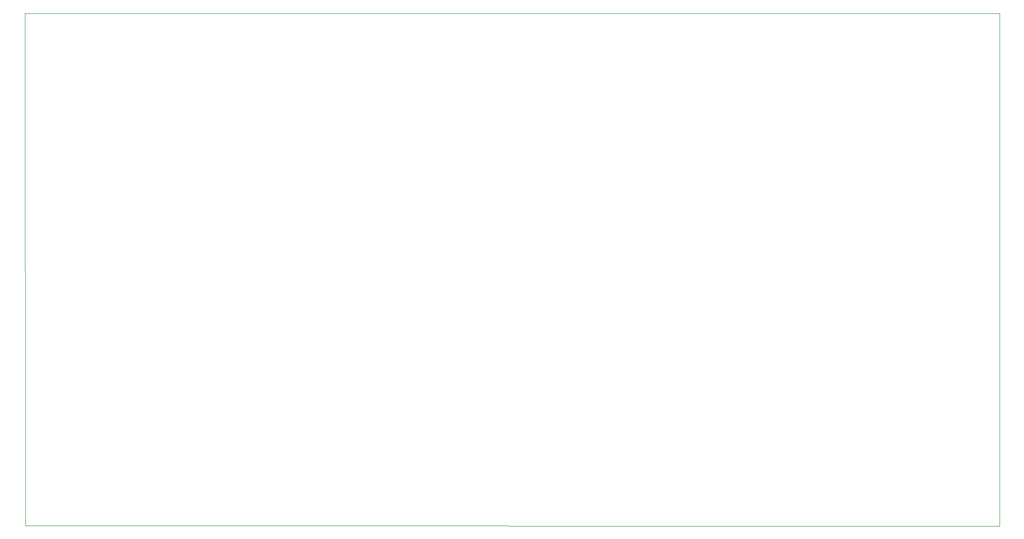
<source format=gm1>
G04 #@! TF.GenerationSoftware,KiCad,Pcbnew,5.1.2-f72e74a~84~ubuntu18.04.1*
G04 #@! TF.CreationDate,2019-08-15T14:59:57+02:00*
G04 #@! TF.ProjectId,bottom-board,626f7474-6f6d-42d6-926f-6172642e6b69,rev?*
G04 #@! TF.SameCoordinates,Original*
G04 #@! TF.FileFunction,Profile,NP*
%FSLAX46Y46*%
G04 Gerber Fmt 4.6, Leading zero omitted, Abs format (unit mm)*
G04 Created by KiCad (PCBNEW 5.1.2-f72e74a~84~ubuntu18.04.1) date 2019-08-15 14:59:57*
%MOMM*%
%LPD*%
G04 APERTURE LIST*
%ADD10C,0.100000*%
G04 APERTURE END LIST*
D10*
X232107540Y-19850520D02*
X232097540Y-110490520D01*
X59947540Y-19880520D02*
X232097540Y-19810520D01*
X60077540Y-110410520D02*
X59957540Y-19860520D01*
X232117540Y-110490520D02*
X60077540Y-110420520D01*
M02*

</source>
